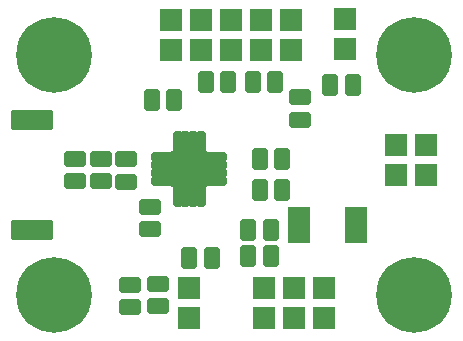
<source format=gbr>
%TF.GenerationSoftware,KiCad,Pcbnew,6.0.11+dfsg-1~bpo11+1*%
%TF.CreationDate,2023-06-15T01:49:53+00:00*%
%TF.ProjectId,LIGHTNING01,4c494748-544e-4494-9e47-30312e6b6963,01A*%
%TF.SameCoordinates,Original*%
%TF.FileFunction,Soldermask,Bot*%
%TF.FilePolarity,Negative*%
%FSLAX46Y46*%
G04 Gerber Fmt 4.6, Leading zero omitted, Abs format (unit mm)*
G04 Created by KiCad (PCBNEW 6.0.11+dfsg-1~bpo11+1) date 2023-06-15 01:49:53*
%MOMM*%
%LPD*%
G01*
G04 APERTURE LIST*
G04 Aperture macros list*
%AMRoundRect*
0 Rectangle with rounded corners*
0 $1 Rounding radius*
0 $2 $3 $4 $5 $6 $7 $8 $9 X,Y pos of 4 corners*
0 Add a 4 corners polygon primitive as box body*
4,1,4,$2,$3,$4,$5,$6,$7,$8,$9,$2,$3,0*
0 Add four circle primitives for the rounded corners*
1,1,$1+$1,$2,$3*
1,1,$1+$1,$4,$5*
1,1,$1+$1,$6,$7*
1,1,$1+$1,$8,$9*
0 Add four rect primitives between the rounded corners*
20,1,$1+$1,$2,$3,$4,$5,0*
20,1,$1+$1,$4,$5,$6,$7,0*
20,1,$1+$1,$6,$7,$8,$9,0*
20,1,$1+$1,$8,$9,$2,$3,0*%
G04 Aperture macros list end*
%ADD10C,6.400000*%
%ADD11RoundRect,0.200000X-0.762000X0.762000X-0.762000X-0.762000X0.762000X-0.762000X0.762000X0.762000X0*%
%ADD12RoundRect,0.200000X-0.762000X-0.762000X0.762000X-0.762000X0.762000X0.762000X-0.762000X0.762000X0*%
%ADD13RoundRect,0.200000X0.762000X-0.762000X0.762000X0.762000X-0.762000X0.762000X-0.762000X-0.762000X0*%
%ADD14RoundRect,0.200000X0.698500X-0.444500X0.698500X0.444500X-0.698500X0.444500X-0.698500X-0.444500X0*%
%ADD15RoundRect,0.200000X0.444500X0.698500X-0.444500X0.698500X-0.444500X-0.698500X0.444500X-0.698500X0*%
%ADD16RoundRect,0.200000X-0.444500X-0.698500X0.444500X-0.698500X0.444500X0.698500X-0.444500X0.698500X0*%
%ADD17RoundRect,0.200000X-1.600000X0.650000X-1.600000X-0.650000X1.600000X-0.650000X1.600000X0.650000X0*%
%ADD18RoundRect,0.200000X0.750570X1.350010X-0.750570X1.350010X-0.750570X-1.350010X0.750570X-1.350010X0*%
%ADD19RoundRect,0.200000X-0.698500X0.444500X-0.698500X-0.444500X0.698500X-0.444500X0.698500X0.444500X0*%
%ADD20RoundRect,0.200000X-0.700000X-0.200000X0.700000X-0.200000X0.700000X0.200000X-0.700000X0.200000X0*%
%ADD21RoundRect,0.200000X-0.200000X0.700000X-0.200000X-0.700000X0.200000X-0.700000X0.200000X0.700000X0*%
%ADD22RoundRect,0.200000X0.700000X0.200000X-0.700000X0.200000X-0.700000X-0.200000X0.700000X-0.200000X0*%
%ADD23RoundRect,0.200000X0.200000X-0.700000X0.200000X0.700000X-0.200000X0.700000X-0.200000X-0.700000X0*%
%ADD24RoundRect,0.200000X-1.350000X-1.350000X1.350000X-1.350000X1.350000X1.350000X-1.350000X1.350000X0*%
G04 APERTURE END LIST*
D10*
%TO.C,M3*%
X35560000Y5080000D03*
%TD*%
%TO.C,M1*%
X5080000Y25400000D03*
%TD*%
%TO.C,M2*%
X5080000Y5080000D03*
%TD*%
%TO.C,M4*%
X35560000Y25400000D03*
%TD*%
D11*
%TO.C,J1*%
X16510000Y5715000D03*
X16510000Y3175000D03*
%TD*%
%TO.C,J3*%
X29718000Y28448000D03*
X29718000Y25908000D03*
%TD*%
%TO.C,J4*%
X22606000Y28391327D03*
X22606000Y25851327D03*
%TD*%
%TO.C,J5*%
X17526000Y28391327D03*
X17526000Y25851327D03*
%TD*%
D12*
%TO.C,J6*%
X34036000Y15240000D03*
X36576000Y15240000D03*
%TD*%
D11*
%TO.C,J10*%
X27940000Y5715000D03*
X27940000Y3175000D03*
X25400000Y5715000D03*
X25400000Y3175000D03*
X22860000Y5715000D03*
X22860000Y3175000D03*
%TD*%
D13*
%TO.C,J8*%
X25146000Y25851327D03*
X25146000Y28391327D03*
%TD*%
%TO.C,J7*%
X20066000Y25851327D03*
X20066000Y28391327D03*
%TD*%
%TO.C,J9*%
X14986000Y25851327D03*
X14986000Y28391327D03*
%TD*%
D12*
%TO.C,J2*%
X34036000Y17780000D03*
X36576000Y17780000D03*
%TD*%
D14*
%TO.C,R2*%
X11176000Y14668500D03*
X11176000Y16573500D03*
%TD*%
%TO.C,C3*%
X13208000Y10668000D03*
X13208000Y12573000D03*
%TD*%
D15*
%TO.C,C6*%
X23431500Y8382000D03*
X21526500Y8382000D03*
%TD*%
D16*
%TO.C,R9*%
X28448000Y22860000D03*
X30353000Y22860000D03*
%TD*%
%TO.C,R10*%
X21907500Y23114000D03*
X23812500Y23114000D03*
%TD*%
D17*
%TO.C,L1*%
X3238500Y19890000D03*
X3238500Y10590000D03*
%TD*%
D14*
%TO.C,C1*%
X9017000Y14732000D03*
X9017000Y16637000D03*
%TD*%
%TO.C,C2*%
X6858000Y14732000D03*
X6858000Y16637000D03*
%TD*%
D15*
%TO.C,C5*%
X23431500Y10604500D03*
X21526500Y10604500D03*
%TD*%
D18*
%TO.C,D1*%
X25844500Y10985500D03*
X30645100Y10985500D03*
%TD*%
D14*
%TO.C,R4*%
X11493500Y4064000D03*
X11493500Y5969000D03*
%TD*%
D15*
%TO.C,R5*%
X19812000Y23114000D03*
X17907000Y23114000D03*
%TD*%
D16*
%TO.C,R6*%
X22479000Y16598783D03*
X24384000Y16598783D03*
%TD*%
D15*
%TO.C,R7*%
X24384000Y13970000D03*
X22479000Y13970000D03*
%TD*%
D19*
%TO.C,R3*%
X13843000Y6032500D03*
X13843000Y4127500D03*
%TD*%
D16*
%TO.C,R1*%
X16510000Y8255000D03*
X18415000Y8255000D03*
%TD*%
D19*
%TO.C,R8*%
X25908000Y21844000D03*
X25908000Y19939000D03*
%TD*%
D20*
%TO.C,U1*%
X14210000Y14773000D03*
X14210000Y15423000D03*
X14210000Y16073000D03*
X14210000Y16728000D03*
D21*
X15535000Y18044000D03*
X16185000Y18044000D03*
X16835000Y18044000D03*
X17490000Y18048000D03*
D22*
X18800000Y16728000D03*
X18800000Y16073000D03*
X18800000Y15423000D03*
X18800000Y14768000D03*
D23*
X17490000Y13448000D03*
X16835000Y13452000D03*
X16185000Y13452000D03*
X15535000Y13452000D03*
D24*
X16510000Y15748000D03*
%TD*%
D16*
%TO.C,C4*%
X13335000Y21590000D03*
X15240000Y21590000D03*
%TD*%
M02*

</source>
